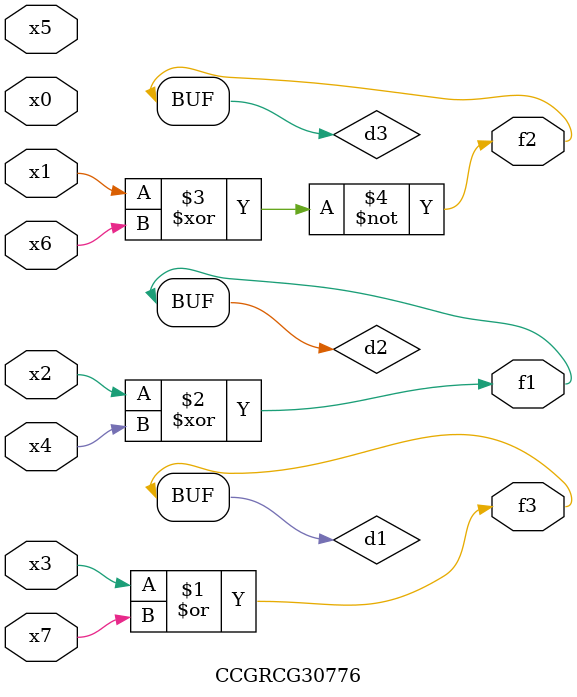
<source format=v>
module CCGRCG30776(
	input x0, x1, x2, x3, x4, x5, x6, x7,
	output f1, f2, f3
);

	wire d1, d2, d3;

	or (d1, x3, x7);
	xor (d2, x2, x4);
	xnor (d3, x1, x6);
	assign f1 = d2;
	assign f2 = d3;
	assign f3 = d1;
endmodule

</source>
